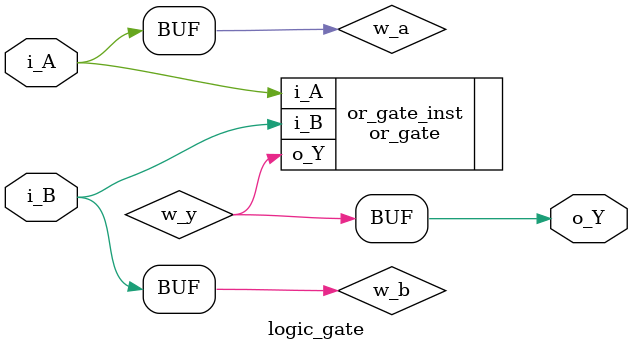
<source format=sv>

module logic_gate(
    input i_A, 
    input i_B, 
    output o_Y
);

    wire w_a;
    wire w_b;
    wire w_y;

    `ifdef __OR__
        or_gate or_gate_inst (
                .i_A(w_a),
                .i_B(w_b),
                .o_Y(w_y)
            );
    `elsif __NOR__
        nor_gate nor_gate_inst (
                .i_A(w_a),
                .i_B(w_b),
                .o_Y(w_y)
            );
    `elsif __AND__
        and_gate and_gate_inst (
                .i_A(w_a),
                .i_B(w_b),
                .o_Y(w_y)
            );
    `elsif __NAND__
        nand_gate nand_gate_inst (
                .i_A(w_a),
                .i_B(w_b),
                .o_Y(w_y)
            );
    `elsif __XOR__
        xor_gate xor_gate_inst (
                .i_A(w_a),
                .i_B(w_b),
                .o_Y(w_y)
            );
    `else
        or_gate or_gate_inst (
                .i_A(w_a),
                .i_B(w_b),
                .o_Y(w_y)
            );
    `endif

    assign w_a = i_A;
    assign w_b = i_B;
    assign o_Y = w_y;

endmodule


</source>
